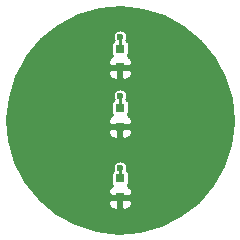
<source format=gbr>
G04 #@! TF.FileFunction,Copper,L2,Bot,Signal*
%FSLAX46Y46*%
G04 Gerber Fmt 4.6, Leading zero omitted, Abs format (unit mm)*
G04 Created by KiCad (PCBNEW 4.0.4-stable) date Sat Dec 29 17:50:43 2018*
%MOMM*%
%LPD*%
G01*
G04 APERTURE LIST*
%ADD10C,0.100000*%
%ADD11R,0.800000X0.800000*%
%ADD12C,0.600000*%
%ADD13C,0.250000*%
%ADD14C,0.254000*%
G04 APERTURE END LIST*
D10*
D11*
X150700000Y-92300000D03*
X150700000Y-93900000D03*
X150700000Y-97300000D03*
X150700000Y-98900000D03*
X150700000Y-103300000D03*
X150700000Y-104900000D03*
D12*
X150700000Y-102400000D03*
X150700000Y-105800000D03*
X150700000Y-96300000D03*
X150700000Y-91300000D03*
D13*
X150700000Y-103300000D02*
X150700000Y-102400000D01*
X150700000Y-104900000D02*
X150700000Y-105800000D01*
X149700000Y-94250000D02*
X149700000Y-98900000D01*
X149700000Y-98900000D02*
X149700000Y-104550000D01*
X150700000Y-98900000D02*
X149700000Y-98900000D01*
X150700000Y-93900000D02*
X150050000Y-93900000D01*
X150050000Y-93900000D02*
X149700000Y-94250000D01*
X150700000Y-104900000D02*
X150050000Y-104900000D01*
X150050000Y-104900000D02*
X149700000Y-104550000D01*
X150700000Y-97300000D02*
X150700000Y-96300000D01*
X150700000Y-92300000D02*
X150700000Y-91300000D01*
D14*
G36*
X152619892Y-88997016D02*
X154399999Y-89548051D01*
X156039174Y-90434349D01*
X157474981Y-91622153D01*
X158652732Y-93066217D01*
X159527566Y-94711540D01*
X160066160Y-96495450D01*
X160248000Y-98350000D01*
X160244277Y-98616596D01*
X160010726Y-100465345D01*
X159422532Y-102233521D01*
X158502099Y-103853776D01*
X157284487Y-105264393D01*
X155816074Y-106411643D01*
X154152791Y-107251828D01*
X152357993Y-107752944D01*
X150500042Y-107895906D01*
X148649707Y-107675267D01*
X146877467Y-107099431D01*
X145250827Y-106190333D01*
X144070447Y-105185750D01*
X149665000Y-105185750D01*
X149665000Y-105362542D01*
X149689403Y-105485223D01*
X149737270Y-105600785D01*
X149806763Y-105704789D01*
X149895211Y-105793237D01*
X149999215Y-105862730D01*
X150114777Y-105910597D01*
X150237458Y-105935000D01*
X150414250Y-105935000D01*
X150573000Y-105776250D01*
X150573000Y-105027000D01*
X150827000Y-105027000D01*
X150827000Y-105776250D01*
X150985750Y-105935000D01*
X151162542Y-105935000D01*
X151285223Y-105910597D01*
X151400785Y-105862730D01*
X151504789Y-105793237D01*
X151593237Y-105704789D01*
X151662730Y-105600785D01*
X151710597Y-105485223D01*
X151735000Y-105362542D01*
X151735000Y-105185750D01*
X151576250Y-105027000D01*
X150827000Y-105027000D01*
X150573000Y-105027000D01*
X149823750Y-105027000D01*
X149665000Y-105185750D01*
X144070447Y-105185750D01*
X143831744Y-104982598D01*
X143399672Y-104437458D01*
X149665000Y-104437458D01*
X149665000Y-104614250D01*
X149823750Y-104773000D01*
X150573000Y-104773000D01*
X150573000Y-104753000D01*
X150827000Y-104753000D01*
X150827000Y-104773000D01*
X151576250Y-104773000D01*
X151735000Y-104614250D01*
X151735000Y-104437458D01*
X151710597Y-104314777D01*
X151662730Y-104199215D01*
X151593237Y-104095211D01*
X151504789Y-104006763D01*
X151400785Y-103937270D01*
X151344932Y-103914135D01*
X151377577Y-103875833D01*
X151415573Y-103791541D01*
X151428582Y-103700000D01*
X151428582Y-102900000D01*
X151424429Y-102847926D01*
X151397078Y-102759604D01*
X151346203Y-102682399D01*
X151284173Y-102629531D01*
X151297824Y-102598870D01*
X151325066Y-102478964D01*
X151327027Y-102338519D01*
X151303144Y-102217900D01*
X151256287Y-102104217D01*
X151188241Y-102001800D01*
X151101599Y-101914550D01*
X150999659Y-101845791D01*
X150886306Y-101798142D01*
X150765856Y-101773417D01*
X150642898Y-101772559D01*
X150522115Y-101795600D01*
X150408108Y-101841662D01*
X150305218Y-101908991D01*
X150217366Y-101995022D01*
X150147897Y-102096479D01*
X150099457Y-102209497D01*
X150073892Y-102329771D01*
X150072176Y-102452720D01*
X150094372Y-102573661D01*
X150117058Y-102630958D01*
X150082399Y-102653797D01*
X150022423Y-102724167D01*
X149984427Y-102808459D01*
X149971418Y-102900000D01*
X149971418Y-103700000D01*
X149975571Y-103752074D01*
X150002922Y-103840396D01*
X150052275Y-103915292D01*
X149999215Y-103937270D01*
X149895211Y-104006763D01*
X149806763Y-104095211D01*
X149737270Y-104199215D01*
X149689403Y-104314777D01*
X149665000Y-104437458D01*
X143399672Y-104437458D01*
X142674270Y-103522230D01*
X141822494Y-101864853D01*
X141308860Y-100073597D01*
X141234306Y-99185750D01*
X149665000Y-99185750D01*
X149665000Y-99362542D01*
X149689403Y-99485223D01*
X149737270Y-99600785D01*
X149806763Y-99704789D01*
X149895211Y-99793237D01*
X149999215Y-99862730D01*
X150114777Y-99910597D01*
X150237458Y-99935000D01*
X150414250Y-99935000D01*
X150573000Y-99776250D01*
X150573000Y-99027000D01*
X150827000Y-99027000D01*
X150827000Y-99776250D01*
X150985750Y-99935000D01*
X151162542Y-99935000D01*
X151285223Y-99910597D01*
X151400785Y-99862730D01*
X151504789Y-99793237D01*
X151593237Y-99704789D01*
X151662730Y-99600785D01*
X151710597Y-99485223D01*
X151735000Y-99362542D01*
X151735000Y-99185750D01*
X151576250Y-99027000D01*
X150827000Y-99027000D01*
X150573000Y-99027000D01*
X149823750Y-99027000D01*
X149665000Y-99185750D01*
X141234306Y-99185750D01*
X141171470Y-98437458D01*
X149665000Y-98437458D01*
X149665000Y-98614250D01*
X149823750Y-98773000D01*
X150573000Y-98773000D01*
X150573000Y-98753000D01*
X150827000Y-98753000D01*
X150827000Y-98773000D01*
X151576250Y-98773000D01*
X151735000Y-98614250D01*
X151735000Y-98437458D01*
X151710597Y-98314777D01*
X151662730Y-98199215D01*
X151593237Y-98095211D01*
X151504789Y-98006763D01*
X151400785Y-97937270D01*
X151344932Y-97914135D01*
X151377577Y-97875833D01*
X151415573Y-97791541D01*
X151428582Y-97700000D01*
X151428582Y-96900000D01*
X151424429Y-96847926D01*
X151397078Y-96759604D01*
X151346203Y-96682399D01*
X151275833Y-96622423D01*
X151248333Y-96610027D01*
X151297824Y-96498870D01*
X151325066Y-96378964D01*
X151327027Y-96238519D01*
X151303144Y-96117900D01*
X151256287Y-96004217D01*
X151188241Y-95901800D01*
X151101599Y-95814550D01*
X150999659Y-95745791D01*
X150886306Y-95698142D01*
X150765856Y-95673417D01*
X150642898Y-95672559D01*
X150522115Y-95695600D01*
X150408108Y-95741662D01*
X150305218Y-95808991D01*
X150217366Y-95895022D01*
X150147897Y-95996479D01*
X150099457Y-96109497D01*
X150073892Y-96229771D01*
X150072176Y-96352720D01*
X150094372Y-96473661D01*
X150139637Y-96587987D01*
X150152345Y-96607706D01*
X150082399Y-96653797D01*
X150022423Y-96724167D01*
X149984427Y-96808459D01*
X149971418Y-96900000D01*
X149971418Y-97700000D01*
X149975571Y-97752074D01*
X150002922Y-97840396D01*
X150052275Y-97915292D01*
X149999215Y-97937270D01*
X149895211Y-98006763D01*
X149806763Y-98095211D01*
X149737270Y-98199215D01*
X149689403Y-98314777D01*
X149665000Y-98437458D01*
X141171470Y-98437458D01*
X141152931Y-98216689D01*
X141360647Y-96364859D01*
X141924096Y-94588643D01*
X142145588Y-94185750D01*
X149665000Y-94185750D01*
X149665000Y-94362542D01*
X149689403Y-94485223D01*
X149737270Y-94600785D01*
X149806763Y-94704789D01*
X149895211Y-94793237D01*
X149999215Y-94862730D01*
X150114777Y-94910597D01*
X150237458Y-94935000D01*
X150414250Y-94935000D01*
X150573000Y-94776250D01*
X150573000Y-94027000D01*
X150827000Y-94027000D01*
X150827000Y-94776250D01*
X150985750Y-94935000D01*
X151162542Y-94935000D01*
X151285223Y-94910597D01*
X151400785Y-94862730D01*
X151504789Y-94793237D01*
X151593237Y-94704789D01*
X151662730Y-94600785D01*
X151710597Y-94485223D01*
X151735000Y-94362542D01*
X151735000Y-94185750D01*
X151576250Y-94027000D01*
X150827000Y-94027000D01*
X150573000Y-94027000D01*
X149823750Y-94027000D01*
X149665000Y-94185750D01*
X142145588Y-94185750D01*
X142556964Y-93437458D01*
X149665000Y-93437458D01*
X149665000Y-93614250D01*
X149823750Y-93773000D01*
X150573000Y-93773000D01*
X150573000Y-93753000D01*
X150827000Y-93753000D01*
X150827000Y-93773000D01*
X151576250Y-93773000D01*
X151735000Y-93614250D01*
X151735000Y-93437458D01*
X151710597Y-93314777D01*
X151662730Y-93199215D01*
X151593237Y-93095211D01*
X151504789Y-93006763D01*
X151400785Y-92937270D01*
X151344932Y-92914135D01*
X151377577Y-92875833D01*
X151415573Y-92791541D01*
X151428582Y-92700000D01*
X151428582Y-91900000D01*
X151424429Y-91847926D01*
X151397078Y-91759604D01*
X151346203Y-91682399D01*
X151275833Y-91622423D01*
X151248333Y-91610027D01*
X151297824Y-91498870D01*
X151325066Y-91378964D01*
X151327027Y-91238519D01*
X151303144Y-91117900D01*
X151256287Y-91004217D01*
X151188241Y-90901800D01*
X151101599Y-90814550D01*
X150999659Y-90745791D01*
X150886306Y-90698142D01*
X150765856Y-90673417D01*
X150642898Y-90672559D01*
X150522115Y-90695600D01*
X150408108Y-90741662D01*
X150305218Y-90808991D01*
X150217366Y-90895022D01*
X150147897Y-90996479D01*
X150099457Y-91109497D01*
X150073892Y-91229771D01*
X150072176Y-91352720D01*
X150094372Y-91473661D01*
X150139637Y-91587987D01*
X150152345Y-91607706D01*
X150082399Y-91653797D01*
X150022423Y-91724167D01*
X149984427Y-91808459D01*
X149971418Y-91900000D01*
X149971418Y-92700000D01*
X149975571Y-92752074D01*
X150002922Y-92840396D01*
X150052275Y-92915292D01*
X149999215Y-92937270D01*
X149895211Y-93006763D01*
X149806763Y-93095211D01*
X149737270Y-93199215D01*
X149689403Y-93314777D01*
X149665000Y-93437458D01*
X142556964Y-93437458D01*
X142821816Y-92955695D01*
X144019614Y-91528215D01*
X145471866Y-90360574D01*
X147123256Y-89497249D01*
X148910883Y-88971121D01*
X150766657Y-88802233D01*
X152619892Y-88997016D01*
X152619892Y-88997016D01*
G37*
X152619892Y-88997016D02*
X154399999Y-89548051D01*
X156039174Y-90434349D01*
X157474981Y-91622153D01*
X158652732Y-93066217D01*
X159527566Y-94711540D01*
X160066160Y-96495450D01*
X160248000Y-98350000D01*
X160244277Y-98616596D01*
X160010726Y-100465345D01*
X159422532Y-102233521D01*
X158502099Y-103853776D01*
X157284487Y-105264393D01*
X155816074Y-106411643D01*
X154152791Y-107251828D01*
X152357993Y-107752944D01*
X150500042Y-107895906D01*
X148649707Y-107675267D01*
X146877467Y-107099431D01*
X145250827Y-106190333D01*
X144070447Y-105185750D01*
X149665000Y-105185750D01*
X149665000Y-105362542D01*
X149689403Y-105485223D01*
X149737270Y-105600785D01*
X149806763Y-105704789D01*
X149895211Y-105793237D01*
X149999215Y-105862730D01*
X150114777Y-105910597D01*
X150237458Y-105935000D01*
X150414250Y-105935000D01*
X150573000Y-105776250D01*
X150573000Y-105027000D01*
X150827000Y-105027000D01*
X150827000Y-105776250D01*
X150985750Y-105935000D01*
X151162542Y-105935000D01*
X151285223Y-105910597D01*
X151400785Y-105862730D01*
X151504789Y-105793237D01*
X151593237Y-105704789D01*
X151662730Y-105600785D01*
X151710597Y-105485223D01*
X151735000Y-105362542D01*
X151735000Y-105185750D01*
X151576250Y-105027000D01*
X150827000Y-105027000D01*
X150573000Y-105027000D01*
X149823750Y-105027000D01*
X149665000Y-105185750D01*
X144070447Y-105185750D01*
X143831744Y-104982598D01*
X143399672Y-104437458D01*
X149665000Y-104437458D01*
X149665000Y-104614250D01*
X149823750Y-104773000D01*
X150573000Y-104773000D01*
X150573000Y-104753000D01*
X150827000Y-104753000D01*
X150827000Y-104773000D01*
X151576250Y-104773000D01*
X151735000Y-104614250D01*
X151735000Y-104437458D01*
X151710597Y-104314777D01*
X151662730Y-104199215D01*
X151593237Y-104095211D01*
X151504789Y-104006763D01*
X151400785Y-103937270D01*
X151344932Y-103914135D01*
X151377577Y-103875833D01*
X151415573Y-103791541D01*
X151428582Y-103700000D01*
X151428582Y-102900000D01*
X151424429Y-102847926D01*
X151397078Y-102759604D01*
X151346203Y-102682399D01*
X151284173Y-102629531D01*
X151297824Y-102598870D01*
X151325066Y-102478964D01*
X151327027Y-102338519D01*
X151303144Y-102217900D01*
X151256287Y-102104217D01*
X151188241Y-102001800D01*
X151101599Y-101914550D01*
X150999659Y-101845791D01*
X150886306Y-101798142D01*
X150765856Y-101773417D01*
X150642898Y-101772559D01*
X150522115Y-101795600D01*
X150408108Y-101841662D01*
X150305218Y-101908991D01*
X150217366Y-101995022D01*
X150147897Y-102096479D01*
X150099457Y-102209497D01*
X150073892Y-102329771D01*
X150072176Y-102452720D01*
X150094372Y-102573661D01*
X150117058Y-102630958D01*
X150082399Y-102653797D01*
X150022423Y-102724167D01*
X149984427Y-102808459D01*
X149971418Y-102900000D01*
X149971418Y-103700000D01*
X149975571Y-103752074D01*
X150002922Y-103840396D01*
X150052275Y-103915292D01*
X149999215Y-103937270D01*
X149895211Y-104006763D01*
X149806763Y-104095211D01*
X149737270Y-104199215D01*
X149689403Y-104314777D01*
X149665000Y-104437458D01*
X143399672Y-104437458D01*
X142674270Y-103522230D01*
X141822494Y-101864853D01*
X141308860Y-100073597D01*
X141234306Y-99185750D01*
X149665000Y-99185750D01*
X149665000Y-99362542D01*
X149689403Y-99485223D01*
X149737270Y-99600785D01*
X149806763Y-99704789D01*
X149895211Y-99793237D01*
X149999215Y-99862730D01*
X150114777Y-99910597D01*
X150237458Y-99935000D01*
X150414250Y-99935000D01*
X150573000Y-99776250D01*
X150573000Y-99027000D01*
X150827000Y-99027000D01*
X150827000Y-99776250D01*
X150985750Y-99935000D01*
X151162542Y-99935000D01*
X151285223Y-99910597D01*
X151400785Y-99862730D01*
X151504789Y-99793237D01*
X151593237Y-99704789D01*
X151662730Y-99600785D01*
X151710597Y-99485223D01*
X151735000Y-99362542D01*
X151735000Y-99185750D01*
X151576250Y-99027000D01*
X150827000Y-99027000D01*
X150573000Y-99027000D01*
X149823750Y-99027000D01*
X149665000Y-99185750D01*
X141234306Y-99185750D01*
X141171470Y-98437458D01*
X149665000Y-98437458D01*
X149665000Y-98614250D01*
X149823750Y-98773000D01*
X150573000Y-98773000D01*
X150573000Y-98753000D01*
X150827000Y-98753000D01*
X150827000Y-98773000D01*
X151576250Y-98773000D01*
X151735000Y-98614250D01*
X151735000Y-98437458D01*
X151710597Y-98314777D01*
X151662730Y-98199215D01*
X151593237Y-98095211D01*
X151504789Y-98006763D01*
X151400785Y-97937270D01*
X151344932Y-97914135D01*
X151377577Y-97875833D01*
X151415573Y-97791541D01*
X151428582Y-97700000D01*
X151428582Y-96900000D01*
X151424429Y-96847926D01*
X151397078Y-96759604D01*
X151346203Y-96682399D01*
X151275833Y-96622423D01*
X151248333Y-96610027D01*
X151297824Y-96498870D01*
X151325066Y-96378964D01*
X151327027Y-96238519D01*
X151303144Y-96117900D01*
X151256287Y-96004217D01*
X151188241Y-95901800D01*
X151101599Y-95814550D01*
X150999659Y-95745791D01*
X150886306Y-95698142D01*
X150765856Y-95673417D01*
X150642898Y-95672559D01*
X150522115Y-95695600D01*
X150408108Y-95741662D01*
X150305218Y-95808991D01*
X150217366Y-95895022D01*
X150147897Y-95996479D01*
X150099457Y-96109497D01*
X150073892Y-96229771D01*
X150072176Y-96352720D01*
X150094372Y-96473661D01*
X150139637Y-96587987D01*
X150152345Y-96607706D01*
X150082399Y-96653797D01*
X150022423Y-96724167D01*
X149984427Y-96808459D01*
X149971418Y-96900000D01*
X149971418Y-97700000D01*
X149975571Y-97752074D01*
X150002922Y-97840396D01*
X150052275Y-97915292D01*
X149999215Y-97937270D01*
X149895211Y-98006763D01*
X149806763Y-98095211D01*
X149737270Y-98199215D01*
X149689403Y-98314777D01*
X149665000Y-98437458D01*
X141171470Y-98437458D01*
X141152931Y-98216689D01*
X141360647Y-96364859D01*
X141924096Y-94588643D01*
X142145588Y-94185750D01*
X149665000Y-94185750D01*
X149665000Y-94362542D01*
X149689403Y-94485223D01*
X149737270Y-94600785D01*
X149806763Y-94704789D01*
X149895211Y-94793237D01*
X149999215Y-94862730D01*
X150114777Y-94910597D01*
X150237458Y-94935000D01*
X150414250Y-94935000D01*
X150573000Y-94776250D01*
X150573000Y-94027000D01*
X150827000Y-94027000D01*
X150827000Y-94776250D01*
X150985750Y-94935000D01*
X151162542Y-94935000D01*
X151285223Y-94910597D01*
X151400785Y-94862730D01*
X151504789Y-94793237D01*
X151593237Y-94704789D01*
X151662730Y-94600785D01*
X151710597Y-94485223D01*
X151735000Y-94362542D01*
X151735000Y-94185750D01*
X151576250Y-94027000D01*
X150827000Y-94027000D01*
X150573000Y-94027000D01*
X149823750Y-94027000D01*
X149665000Y-94185750D01*
X142145588Y-94185750D01*
X142556964Y-93437458D01*
X149665000Y-93437458D01*
X149665000Y-93614250D01*
X149823750Y-93773000D01*
X150573000Y-93773000D01*
X150573000Y-93753000D01*
X150827000Y-93753000D01*
X150827000Y-93773000D01*
X151576250Y-93773000D01*
X151735000Y-93614250D01*
X151735000Y-93437458D01*
X151710597Y-93314777D01*
X151662730Y-93199215D01*
X151593237Y-93095211D01*
X151504789Y-93006763D01*
X151400785Y-92937270D01*
X151344932Y-92914135D01*
X151377577Y-92875833D01*
X151415573Y-92791541D01*
X151428582Y-92700000D01*
X151428582Y-91900000D01*
X151424429Y-91847926D01*
X151397078Y-91759604D01*
X151346203Y-91682399D01*
X151275833Y-91622423D01*
X151248333Y-91610027D01*
X151297824Y-91498870D01*
X151325066Y-91378964D01*
X151327027Y-91238519D01*
X151303144Y-91117900D01*
X151256287Y-91004217D01*
X151188241Y-90901800D01*
X151101599Y-90814550D01*
X150999659Y-90745791D01*
X150886306Y-90698142D01*
X150765856Y-90673417D01*
X150642898Y-90672559D01*
X150522115Y-90695600D01*
X150408108Y-90741662D01*
X150305218Y-90808991D01*
X150217366Y-90895022D01*
X150147897Y-90996479D01*
X150099457Y-91109497D01*
X150073892Y-91229771D01*
X150072176Y-91352720D01*
X150094372Y-91473661D01*
X150139637Y-91587987D01*
X150152345Y-91607706D01*
X150082399Y-91653797D01*
X150022423Y-91724167D01*
X149984427Y-91808459D01*
X149971418Y-91900000D01*
X149971418Y-92700000D01*
X149975571Y-92752074D01*
X150002922Y-92840396D01*
X150052275Y-92915292D01*
X149999215Y-92937270D01*
X149895211Y-93006763D01*
X149806763Y-93095211D01*
X149737270Y-93199215D01*
X149689403Y-93314777D01*
X149665000Y-93437458D01*
X142556964Y-93437458D01*
X142821816Y-92955695D01*
X144019614Y-91528215D01*
X145471866Y-90360574D01*
X147123256Y-89497249D01*
X148910883Y-88971121D01*
X150766657Y-88802233D01*
X152619892Y-88997016D01*
M02*

</source>
